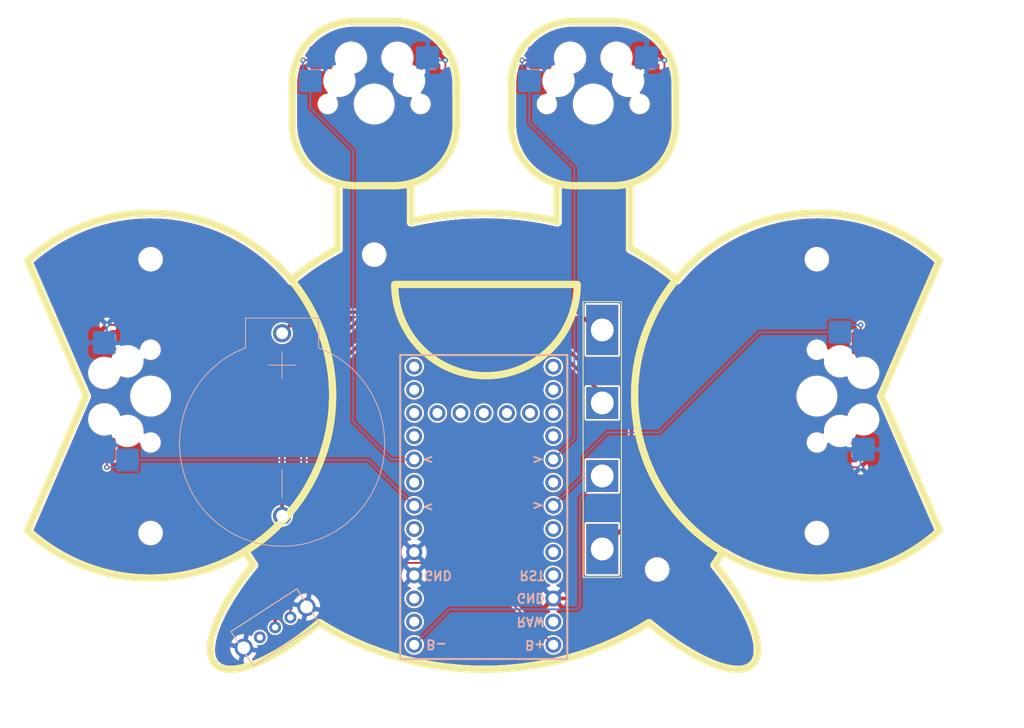
<source format=kicad_pcb>
(kicad_pcb (version 20241229) (generator "pcbnew") (generator_version "9.0")
  (layers (0 "F.Cu" signal) (2 "B.Cu" signal) (13 "F.Paste" user) (15 "B.Paste" user) (5 "F.SilkS" user "F.Silkscreen") (7 "B.SilkS" user "B.Silkscreen") (1 "F.Mask" user) (3 "B.Mask" user) (25 "Edge.Cuts" user))
  (net 0 "")
  (net 3 "P+")
  (net 8 "P-")
  (net 22 "B-")
  (net 23 "row_1")
  (net 24 "gnd")
  (net 25 "row_2")
  (net 26 "row_3")
  (net 27 "row_4")
  (net 29 "B+")
  (net 31 "Ps+")
  (footprint "Apiaster:BMS 1S" (layer "F.Cu") (at 62.9825 45.75 -90)
    (property "Reference" "J1" (hide yes))
    (property "Value" "Conn_01x04_Socket")
  )
  (footprint "MountingHole:MountingHole_2.2mm_M2" (layer "F.Cu") (at 13.5 56)
    (property "Reference" "H2" (hide yes))
    (property "Value" "MountingHole")
  )
  (footprint "lander03xD:Hotswap_MX_1.00u_reversible_18.5mm" (layer "F.Cu") (at 38 9)
    (property "Reference" "S2" (hide yes))
    (property "Value" "Keyswitch")
  )
  (footprint "lander03xD:Hotswap_MX_1.00u_reversible_18.5mm" (layer "F.Cu") (at 62 9)
    (property "Reference" "S3" (hide yes))
    (property "Value" "Keyswitch")
  )
  (footprint "MountingHole:MountingHole_2.2mm_M2" (layer "F.Cu") (at 13.5 26)
    (property "Reference" "H1" (hide yes))
    (property "Value" "MountingHole")
  )
  (footprint "lander03xD:Hotswap_MX_1.00u_reversible_18.5mm" (layer "F.Cu") (at 13.5 41 90)
    (property "Reference" "S1" (hide yes))
    (property "Value" "Keyswitch")
  )
  (footprint "MountingHole:MountingHole_2.2mm_M2" (layer "F.Cu") (at 86.5 56)
    (property "Reference" "H4" (hide yes))
    (property "Value" "MountingHole")
  )
  (footprint "MountingHole:MountingHole_2.2mm_M2" (layer "F.Cu") (at 38 25.5)
    (property "Reference" "H6" (hide yes))
    (property "Value" "MountingHole")
  )
  (footprint "MountingHole:MountingHole_2.2mm_M2" (layer "F.Cu") (at 86.5 26)
    (property "Reference" "H3" (hide yes))
    (property "Value" "MountingHole")
  )
  (footprint "MountingHole:MountingHole_2.2mm_M2" (layer "F.Cu") (at 69 60)
    (property "Reference" "H5" (hide yes))
    (property "Value" "MountingHole")
  )
  (footprint "lander03xD:Hotswap_MX_1.00u_reversible_18.5mm" (layer "F.Cu") (at 86.5 41 -90)
    (property "Reference" "S4" (hide yes))
    (property "Value" "Keyswitch")
  )
  (footprint "lander03xD:powerswitch_SK12D07VG" (layer "F.Cu") (at 27.145 66.3375 33)
    (property "Reference" "SW1" (hide yes))
    (property "Value" "SW_SPDT_312" (hide yes))
  )
  (footprint "Apiaster:BatteryHolder_CR2032_20mm" (layer "B.Cu") (at 27.9075 46.2075 -90)
    (property "Reference" "BT1" (hide yes))
    (property "Value" "Battery_Cell")
  )
  (footprint "lander03xD:Promicro_nrf52840" (layer "B.Cu") (at 50 50.4725)
    (property "Reference" "U1" (hide yes))
    (property "Value" "Promicro_NRF52840" (hide yes))
  )
  (gr_poly (pts (xy 34.2446 17.715891) (xy 34.466491 17.77046) (xy 34.689964 17.817519) (xy 34.914828 17.857037) (xy 35.140893 17.888985) (xy 35.367966 17.91333) (xy 35.595857 17.930045) (xy 35.824375 17.939097) (xy 40.224624 17.939097) (xy 40.452648 17.934093) (xy 40.680184 17.92146) (xy 40.907042 17.901223) (xy 41.133031 17.87341) (xy 41.357963 17.838046) (xy 41.581647 17.795158) (xy 41.803894 17.744772) (xy 42.024513 17.686915) (xy 42.02452 21.869601) (xy 43.005 21.655) (xy 43.992773 21.468275) (xy 44.986981 21.309527) (xy 45.986766 21.178854) (xy 46.991272 21.076357) (xy 47.99964 21.002135) (xy 49.011012 20.956289) (xy 50.024532 20.938918) (xy 51.037723 20.95401) (xy 52.048859 20.99756) (xy 53.057084 21.069471) (xy 54.061541 21.169643) (xy 55.061373 21.297981) (xy 56.055726 21.454386) (xy 57.043742 21.638761) (xy 58.024566 21.851008) (xy 58.024566 17.653846) (xy 58.244684 17.715895) (xy 58.466575 17.770464) (xy 58.690048 17.817523) (xy 58.914912 17.857041) (xy 59.140977 17.888988) (xy 59.36805 17.913334) (xy 59.595941 17.930049) (xy 59.824459 17.939101) (xy 64.224712 17.939101) (xy 64.452735 17.934097) (xy 64.68027 17.921464) (xy 64.907126 17.901227) (xy 65.133115 17.873413) (xy 65.358046 17.838049) (xy 65.581729 17.795161) (xy 65.803975 17.744776) (xy 66.024593 17.686919) (xy 66.024601 24.796569) (xy 66.705935 25.176674) (xy 67.374177 25.571932) (xy 68.028969 25.982104) (xy 68.669954 26.40695) (xy 69.296773 26.846233) (xy 69.909068 27.299712) (xy 70.506482 27.767149) (xy 71.088657 28.248305) (xy 70.55218 28.929002) (xy 70.04732 29.629933) (xy 69.574479 30.349977) (xy 69.134061 31.08801) (xy 68.726469 31.842912) (xy 68.352106 32.613559) (xy 68.011376 33.398831) (xy 67.704682 34.197605) (xy 67.432427 35.00876) (xy 67.195015 35.831173) (xy 66.992849 36.663722) (xy 66.826332 37.505286) (xy 66.695867 38.354742) (xy 66.601858 39.210969) (xy 66.544709 40.072844) (xy 66.524822 40.939246) (xy 66.536684 41.593509) (xy 66.569714 42.244324) (xy 66.623669 42.891259) (xy 66.698305 43.533883) (xy 66.793378 44.171766) (xy 66.908644 44.804477) (xy 67.04386 45.431586) (xy 67.198782 46.052661) (xy 67.373167 46.667272) (xy 67.566769 47.274989) (xy 67.779347 47.87538) (xy 68.010656 48.468015) (xy 68.528492 49.628294) (xy 69.118328 50.75238) (xy 69.778213 51.836827) (xy 70.506199 52.87819) (xy 70.895121 53.381638) (xy 71.300336 53.873023) (xy 71.721601 54.351914) (xy 72.158673 54.817881) (xy 72.611308 55.270492) (xy 73.079261 55.709316) (xy 73.56229 56.133925) (xy 74.06015 56.543885) (xy 74.572599 56.938768) (xy 75.099391 57.318142) (xy 75.640284 57.681576) (xy 76.195034 58.02864) (xy 75.97679 58.382371) (xy 75.751935 58.733257) (xy 75.520603 59.081352) (xy 75.282932 59.426711) (xy 76.011714 60.345325) (xy 76.684299 61.249007) (xy 77.299347 62.134243) (xy 77.855522 62.997519) (xy 78.351486 63.835324) (xy 78.785902 64.644145) (xy 79.157432 65.420468) (xy 79.464738 66.160781) (xy 79.59389 66.516335) (xy 79.706484 66.86157) (xy 79.802354 67.196046) (xy 79.881331 67.519324) (xy 79.94325 67.830964) (xy 79.987943 68.130528) (xy 80.015242 68.417576) (xy 80.024981 68.69167) (xy 80.016992 68.95237) (xy 79.991108 69.199238) (xy 79.947162 69.431833) (xy 79.884987 69.649718) (xy 79.804415 69.852452) (xy 79.705279 70.039597) (xy 79.587413 70.210714) (xy 79.450649 70.365363) (xy 79.290363 70.505987) (xy 79.11261 70.626452) (xy 78.917877 70.726954) (xy 78.706651 70.807685) (xy 78.479419 70.868842) (xy 78.236667 70.910616) (xy 77.978884 70.933203) (xy 77.706555 70.936797) (xy 77.120209 70.88778) (xy 76.481524 70.76512) (xy 75.794396 70.570368) (xy 75.062721 70.305077) (xy 74.290393 69.970801) (xy 73.481309 69.569093) (xy 72.639362 69.101505) (xy 71.76845 68.56959) (xy 70.872467 67.974901) (xy 69.955309 67.31899) (xy 69.02087 66.603412) (xy 68.073047 65.829718) (xy 67.086785 66.429499) (xy 66.075059 66.993743) (xy 65.039275 67.522053) (xy 63.980838 68.014031) (xy 62.901155 68.469279) (xy 61.801633 68.887398) (xy 60.683676 69.267991) (xy 59.548692 69.610659) (xy 58.398086 69.915006) (xy 57.233264 70.180632) (xy 56.055632 70.407139) (xy 54.866597 70.594131) (xy 53.667565 70.741207) (xy 52.459941 70.847972) (xy 51.245132 70.914026) (xy 50.024543 70.938971) (xy 48.803954 70.914026) (xy 47.589144 70.847972) (xy 46.381519 70.741207) (xy 45.182486 70.594131) (xy 43.99345 70.407139) (xy 42.815817 70.180632) (xy 41.650995 69.915006) (xy 40.500388 69.610659) (xy 39.365402 69.267991) (xy 38.247445 68.887398) (xy 37.147922 68.469279) (xy 36.068238 68.014031) (xy 35.009801 67.522053) (xy 33.974016 66.993743) (xy 32.96229 66.429499) (xy 31.976028 65.829718) (xy 31.028205 66.603412) (xy 30.093767 67.31899) (xy 29.176609 67.974901) (xy 28.280626 68.56959) (xy 27.409714 69.101505) (xy 26.567769 69.569093) (xy 25.758684 69.970801) (xy 24.986357 70.305077) (xy 24.615194 70.446443) (xy 24.254682 70.570368) (xy 23.905306 70.676658) (xy 23.567554 70.76512) (xy 23.241913 70.835558) (xy 22.92887 70.88778) (xy 22.628911 70.921591) (xy 22.342524 70.936797) (xy 22.070195 70.933203) (xy 21.812411 70.910616) (xy 21.56966 70.868842) (xy 21.342428 70.807685) (xy 21.131202 70.726954) (xy 20.936469 70.626452) (xy 20.758716 70.505987) (xy 20.59843 70.365363) (xy 20.462591 70.210157) (xy 20.345599 70.038548) (xy 20.247289 69.850973) (xy 20.167492 69.64787) (xy 20.106043 69.429676) (xy 20.062773 69.196828) (xy 20.030105 68.688924) (xy 20.068153 68.127655) (xy 20.175581 67.516523) (xy 20.351052 66.859028) (xy 20.59323 66.158668) (xy 20.90078 65.418945) (xy 21.272366 64.643357) (xy 21.706651 63.835405) (xy 22.202299 62.998589) (xy 22.757974 62.136408) (xy 23.372341 61.252363) (xy 24.044063 60.349952) (xy 24.771804 59.432677) (xy 24.525684 59.077363) (xy 24.286641 58.718729) (xy 24.1698 58.538184) (xy 24.054761 58.356831) (xy 23.941533 58.174677) (xy 23.830129 57.991729) (xy 24.919976 57.280342) (xy 25.953641 56.505763) (xy 26.929198 55.671408) (xy 27.84472 54.780691) (xy 28.698282 53.837029) (xy 29.487957 52.843838) (xy 30.211821 51.804533) (xy 30.867946 50.722529) (xy 31.454407 49.601243) (xy 31.969278 48.44409) (xy 32.410633 47.254486) (xy 32.776546 46.035846) (xy 33.065091 44.791587) (xy 33.274342 43.525123) (xy 33.402372 42.239871) (xy 33.447258 40.939246) (xy 33.427201 40.076711) (xy 33.370219 39.218663) (xy 33.276706 38.36621) (xy 33.147061 37.520459) (xy 32.981679 36.682517) (xy 32.780957 35.85349) (xy 32.545291 35.034486) (xy 32.27508 34.226611) (xy 31.970718 33.430974) (xy 31.632603 32.648679) (xy 31.261132 31.880836) (xy 30.856701 31.12855) (xy 30.419707 30.392929) (xy 29.950546 29.675079) (xy 29.449616 28.976107) (xy 28.917312 28.297122) (xy 29.503871 27.810454) (xy 30.10597 27.337721) (xy 30.723246 26.879173) (xy 31.355332 26.435058) (xy 32.001864 26.005628) (xy 32.662476 25.591131) (xy 33.336804 25.191817) (xy 34.024482 24.807937) (xy 34.024482 17.653849) (xy 34.024482 17.653842)) (stroke (width 0.793749)) (fill no) (layer "F.SilkS"))
  (gr_poly (pts (xy 60.232726 29.259176) (xy 60.196102 29.751693) (xy 60.135463 30.240026) (xy 60.051148 30.723355) (xy 59.943497 31.20086) (xy 59.812849 31.671722) (xy 59.659544 32.13512) (xy 59.483921 32.590235) (xy 59.28632 33.036247) (xy 59.067081 33.472337) (xy 58.826542 33.897685) (xy 58.565044 34.311471) (xy 58.282926 34.712875) (xy 57.980527 35.101078) (xy 57.658187 35.47526) (xy 57.316246 35.834601) (xy 56.956922 36.176562) (xy 56.582758 36.498921) (xy 56.194573 36.80134) (xy 55.793187 37.083479) (xy 55.379421 37.344999) (xy 54.954095 37.58556) (xy 54.518029 37.804822) (xy 54.072044 38.002446) (xy 53.616961 38.178092) (xy 53.153598 38.331421) (xy 52.682778 38.462093) (xy 52.205319 38.569768) (xy 51.722043 38.654108) (xy 51.23377 38.714772) (xy 50.74132 38.751422) (xy 50.245513 38.763717) (xy 49.749631 38.751442) (xy 49.257114 38.714813) (xy 48.768781 38.654168) (xy 48.285453 38.569849) (xy 47.807948 38.462193) (xy 47.337088 38.331541) (xy 46.873691 38.178231) (xy 46.418578 38.002605) (xy 45.972567 37.805) (xy 45.536479 37.585757) (xy 45.111134 37.345215) (xy 44.69735 37.083713) (xy 44.295949 36.801592) (xy 43.907749 36.49919) (xy 43.53357 36.176847) (xy 43.174232 35.834903) (xy 42.832275 35.475576) (xy 42.509919 35.101407) (xy 42.207504 34.713215) (xy 41.925369 34.311818) (xy 41.663853 33.898037) (xy 41.423296 33.47269) (xy 41.204038 33.036596) (xy 41.006419 32.590575) (xy 40.830777 32.135444) (xy 40.677452 31.672024) (xy 40.546784 31.201134) (xy 40.439113 30.723592) (xy 40.354777 30.240218) (xy 40.294117 29.751831) (xy 40.257472 29.25925) (xy 40.245182 28.763293) (xy 60.244995 28.763293)) (stroke (width 0.793749)) (fill no) (layer "F.SilkS"))
  (gr_poly (pts (xy 14.476815 20.965479) (xy 15.492487 21.04273) (xy 16.493391 21.169933) (xy 17.478271 21.34583) (xy 18.44587 21.569167) (xy 19.394931 21.838685) (xy 20.324198 22.153128) (xy 21.232414 22.51124) (xy 22.118323 22.911764) (xy 22.980668 23.353443) (xy 23.818192 23.835021) (xy 24.629639 24.355241) (xy 25.413753 24.912847) (xy 26.169276 25.506581) (xy 26.894952 26.135187) (xy 27.589525 26.797409) (xy 28.251738 27.49199) (xy 28.880335 28.217673) (xy 29.474058 28.973201) (xy 30.031652 29.757318) (xy 30.551859 30.568768) (xy 31.033423 31.406294) (xy 31.475088 32.268638) (xy 31.875596 33.154545) (xy 32.233692 34.062758) (xy 32.548119 34.992019) (xy 32.81762 35.941074) (xy 33.040939 36.908664) (xy 33.216818 37.893533) (xy 33.344002 38.894425) (xy 33.421234 39.910083) (xy 33.447257 40.93925) (xy 33.421225 41.968434) (xy 33.343984 42.984107) (xy 33.216791 43.985012) (xy 33.040902 44.969894) (xy 32.817575 45.937495) (xy 32.548065 46.886558) (xy 32.23363 47.815828) (xy 31.875525 48.724048) (xy 31.475009 49.60996) (xy 31.033336 50.472309) (xy 30.551764 51.309838) (xy 30.031549 52.12129) (xy 29.473948 52.905408) (xy 28.880218 53.660937) (xy 28.251615 54.386619) (xy 27.589395 55.081198) (xy 26.894816 55.743417) (xy 26.169133 56.37202) (xy 25.413604 56.965751) (xy 24.629485 57.523351) (xy 23.818033 58.043566) (xy 22.980504 58.525138) (xy 22.118154 58.966811) (xy 21.232242 59.367328) (xy 20.324022 59.725432) (xy 19.394751 60.039868) (xy 18.445687 60.309378) (xy 17.478086 60.532705) (xy 16.493204 60.708594) (xy 15.492298 60.835788) (xy 14.476625 60.91303) (xy 13.447441 60.939063) (xy 12.519441 60.917335) (xy 11.596964 60.852909) (xy 10.68137 60.746308) (xy 9.774021 60.598059) (xy 8.876279 60.408687) (xy 7.989504 60.178716) (xy 7.115059 59.908671) (xy 6.254304 59.599078) (xy 5.408601 59.250462) (xy 4.579311 58.863347) (xy 3.767797 58.43826) (xy 2.975418 57.975724) (xy 2.203537 57.476265) (xy 1.453515 56.940409) (xy 0.726713 56.36868) (xy 0.024493 55.761603) (xy 6.447357 40.93925) (xy 0.036379 26.14429) (xy 0.737295 25.535833) (xy 1.46286 24.962666) (xy 2.211716 24.425319) (xy 2.982502 23.924317) (xy 3.773857 23.46019) (xy 4.584423 23.033466) (xy 5.412839 22.64467) (xy 6.257744 22.294333) (xy 7.117781 21.98298) (xy 7.991587 21.711141) (xy 8.877804 21.479343) (xy 9.775071 21.288113) (xy 10.682029 21.13798) (xy 11.597318 21.029471) (xy 12.519577 20.963114) (xy 13.447446 20.939437) (xy 13.447631 20.939437)) (stroke (width 0.793749)) (fill no) (layer "F.SilkS"))
  (gr_poly (pts (xy 40.56172 -0.052481) (xy 40.896631 -0.027573) (xy 41.228696 0.013665) (xy 41.557358 0.071003) (xy 41.882059 0.14421) (xy 42.202243 0.233054) (xy 42.517352 0.337304) (xy 42.826828 0.456731) (xy 43.130113 0.591103) (xy 43.426652 0.740188) (xy 43.715886 0.903757) (xy 43.997257 1.081579) (xy 44.270209 1.273422) (xy 44.534184 1.479056) (xy 44.788625 1.698249) (xy 45.032974 1.930772) (xy 45.265504 2.175114) (xy 45.484706 2.429548) (xy 45.690348 2.693517) (xy 45.8822 2.966465) (xy 46.06003 3.247833) (xy 46.223608 3.537065) (xy 46.372703 3.833602) (xy 46.507084 4.136889) (xy 46.62652 4.446367) (xy 46.73078 4.76148) (xy 46.819634 5.081669) (xy 46.89285 5.406379) (xy 46.950198 5.735052) (xy 46.991447 6.067129) (xy 47.016365 6.402055) (xy 47.024723 6.739272) (xy 47.024723 11.139001) (xy 47.01637 11.4762) (xy 46.991457 11.811111) (xy 46.950213 12.143176) (xy 46.89287 12.471838) (xy 46.819659 12.796539) (xy 46.73081 13.116722) (xy 46.626555 13.431829) (xy 46.507123 13.741304) (xy 46.372747 14.044588) (xy 46.223657 14.341125) (xy 46.060084 14.630357) (xy 45.882258 14.911726) (xy 45.690411 15.184676) (xy 45.484773 15.448648) (xy 45.265576 15.703086) (xy 45.03305 15.947432) (xy 44.788704 16.179958) (xy 44.534266 16.399156) (xy 44.270294 16.604793) (xy 43.997344 16.79664) (xy 43.715975 16.974466) (xy 43.426743 17.138039) (xy 43.130207 17.28713) (xy 42.826922 17.421506) (xy 42.517448 17.540937) (xy 42.202341 17.645192) (xy 41.882158 17.734041) (xy 41.557457 17.807252) (xy 41.228795 17.864595) (xy 40.896731 17.905839) (xy 40.56182 17.930752) (xy 40.22462 17.939105) (xy 35.824478 17.939105) (xy 35.474562 17.930241) (xy 35.129241 17.903967) (xy 34.788941 17.86071) (xy 34.454089 17.800897) (xy 34.125113 17.724956) (xy 33.80244 17.633314) (xy 33.486497 17.526398) (xy 33.177711 17.404634) (xy 32.87651 17.268451) (xy 32.583321 17.118276) (xy 32.29857 16.954535) (xy 32.022686 16.777657) (xy 31.756095 16.588067) (xy 31.499224 16.386194) (xy 31.252501 16.172465) (xy 31.016354 15.947306) (xy 30.791208 15.711146) (xy 30.577492 15.464411) (xy 30.375632 15.207528) (xy 30.186056 14.940924) (xy 30.009192 14.665028) (xy 29.845465 14.380266) (xy 29.695304 14.087065) (xy 29.559136 13.785852) (xy 29.437387 13.477055) (xy 29.330486 13.161102) (xy 29.238858 12.838418) (xy 29.162933 12.509431) (xy 29.103136 12.174569) (xy 29.059895 11.834259) (xy 29.033637 11.488928) (xy 29.024789 11.139003) (xy 29.024789 6.739274) (xy 29.033632 6.389358) (xy 29.059884 6.044035) (xy 29.10312 5.703732) (xy 29.162912 5.368876) (xy 29.238832 5.039896) (xy 29.330455 4.717217) (xy 29.437351 4.401267) (xy 29.559095 4.092474) (xy 29.695259 3.791265) (xy 29.845415 3.498066) (xy 30.009137 3.213305) (xy 30.185998 2.93741) (xy 30.375569 2.670807) (xy 30.577425 2.413925) (xy 30.791137 2.167189) (xy 31.016279 1.931027) (xy 31.252424 1.705867) (xy 31.499143 1.492136) (xy 31.75601 1.290261) (xy 32.022599 1.100669) (xy 32.29848 0.923787) (xy 32.583228 0.760044) (xy 32.876416 0.609865) (xy 33.177615 0.473678) (xy 33.486399 0.351911) (xy 33.80234 0.24499) (xy 34.125012 0.153344) (xy 34.453987 0.077398) (xy 34.788838 0.017581) (xy 35.129138 -0.025681) (xy 35.474459 -0.05196) (xy 35.824375 -0.060828) (xy 40.224521 -0.060828)) (stroke (width 0.793749)) (fill no) (layer "F.SilkS"))
  (gr_poly (pts (xy 64.561805 -0.052481) (xy 64.896717 -0.027573) (xy 65.228783 0.013665) (xy 65.557445 0.071003) (xy 65.882147 0.14421) (xy 66.202331 0.233054) (xy 66.51744 0.337304) (xy 66.826916 0.456731) (xy 67.130202 0.591103) (xy 67.426741 0.740188) (xy 67.715974 0.903757) (xy 67.997346 1.081579) (xy 68.270297 1.273422) (xy 68.534272 1.479056) (xy 68.788713 1.698249) (xy 69.033061 1.930772) (xy 69.265591 2.175114) (xy 69.484792 2.429548) (xy 69.690434 2.693517) (xy 69.882285 2.966465) (xy 70.060115 3.247833) (xy 70.223693 3.537065) (xy 70.372788 3.833602) (xy 70.507168 4.136889) (xy 70.626604 4.446367) (xy 70.730864 4.76148) (xy 70.819718 5.081669) (xy 70.892934 5.406379) (xy 70.950282 5.735052) (xy 70.991531 6.067129) (xy 71.016449 6.402055) (xy 71.024806 6.739272) (xy 71.024806 11.139001) (xy 71.016453 11.4762) (xy 70.991539 11.811111) (xy 70.950295 12.143176) (xy 70.892951 12.471838) (xy 70.819739 12.796539) (xy 70.73089 13.116722) (xy 70.626634 13.431829) (xy 70.507203 13.741304) (xy 70.372826 14.044588) (xy 70.223736 14.341125) (xy 70.060162 14.630357) (xy 69.882337 14.911726) (xy 69.69049 15.184676) (xy 69.484852 15.448648) (xy 69.265656 15.703086) (xy 69.03313 15.947432) (xy 68.788785 16.179958) (xy 68.534348 16.399156) (xy 68.270377 16.604793) (xy 67.997428 16.79664) (xy 67.716059 16.974466) (xy 67.426827 17.138039) (xy 67.13029 17.28713) (xy 66.827006 17.421506) (xy 66.517531 17.540937) (xy 66.202424 17.645192) (xy 65.882241 17.734041) (xy 65.55754 17.807252) (xy 65.228878 17.864595) (xy 64.896814 17.905839) (xy 64.561903 17.930752) (xy 64.224704 17.939105) (xy 59.824562 17.939105) (xy 59.487363 17.930757) (xy 59.152452 17.905849) (xy 58.820387 17.86461) (xy 58.491724 17.807272) (xy 58.167022 17.734066) (xy 57.846838 17.645222) (xy 57.531729 17.540971) (xy 57.222253 17.421545) (xy 56.918966 17.287173) (xy 56.622427 17.138088) (xy 56.333193 16.974519) (xy 56.051821 16.796697) (xy 55.778868 16.604854) (xy 55.514892 16.399221) (xy 55.260451 16.180027) (xy 55.016101 15.947505) (xy 54.783572 15.703163) (xy 54.56437 15.448728) (xy 54.358729 15.184759) (xy 54.166878 14.911811) (xy 53.989048 14.630443) (xy 53.82547 14.341212) (xy 53.676375 14.044674) (xy 53.541995 13.741387) (xy 53.422559 13.431909) (xy 53.318298 13.116796) (xy 53.229445 12.796606) (xy 53.156229 12.471897) (xy 53.098881 12.143224) (xy 53.057632 11.811146) (xy 53.032714 11.47622) (xy 53.024356 11.139003) (xy 53.024356 6.739274) (xy 53.032708 6.402075) (xy 53.057621 6.067164) (xy 53.098864 5.735099) (xy 53.156207 5.406438) (xy 53.229418 5.081737) (xy 53.318267 4.761554) (xy 53.422523 4.446446) (xy 53.541954 4.136972) (xy 53.67633 3.833687) (xy 53.825421 3.537151) (xy 53.988994 3.247919) (xy 54.16682 2.966549) (xy 54.358667 2.6936) (xy 54.564305 2.429628) (xy 54.783503 2.17519) (xy 55.016029 1.930844) (xy 55.260375 1.698318) (xy 55.514813 1.479121) (xy 55.778785 1.273483) (xy 56.051735 1.081636) (xy 56.333104 0.90381) (xy 56.622336 0.740237) (xy 56.918872 0.591147) (xy 57.222156 0.456771) (xy 57.531631 0.33734) (xy 57.846738 0.233084) (xy 58.166921 0.144235) (xy 58.491622 0.071024) (xy 58.820283 0.013681) (xy 59.152348 -0.027562) (xy 59.487259 -0.052476) (xy 59.824459 -0.060828) (xy 64.224605 -0.060828)) (stroke (width 0.793749)) (fill no) (layer "F.SilkS"))
  (gr_poly (pts (xy 87.452153 20.961141) (xy 88.374665 21.025548) (xy 89.290293 21.132131) (xy 90.197677 21.280367) (xy 91.095454 21.46973) (xy 91.982264 21.699694) (xy 92.856744 21.969735) (xy 93.717534 22.279328) (xy 94.56327 22.627946) (xy 95.392593 23.015066) (xy 96.204141 23.440162) (xy 96.996551 23.902709) (xy 97.768462 24.402181) (xy 98.518514 24.938054) (xy 99.245343 25.509802) (xy 99.947589 26.1169) (xy 93.524723 40.93925) (xy 99.935184 55.734214) (xy 99.234268 56.34267) (xy 98.508703 56.915836) (xy 97.759847 57.453184) (xy 96.98906 57.954185) (xy 96.197702 58.418312) (xy 95.387133 58.845037) (xy 94.558712 59.233832) (xy 93.713798 59.58417) (xy 92.853752 59.895523) (xy 91.979933 60.167362) (xy 91.0937 60.39916) (xy 90.196413 60.59039) (xy 89.289433 60.740522) (xy 88.374117 60.849031) (xy 87.451827 60.915387) (xy 86.523922 60.939063) (xy 85.494757 60.912994) (xy 84.479105 60.83572) (xy 83.478221 60.708495) (xy 82.493362 60.532578) (xy 81.525784 60.309224) (xy 80.576745 60.03969) (xy 79.6475 59.725233) (xy 78.739305 59.367109) (xy 77.853419 58.966575) (xy 76.991096 58.524887) (xy 76.153594 58.043303) (xy 75.342168 57.523078) (xy 74.558076 56.965469) (xy 73.802574 56.371733) (xy 73.076918 55.743127) (xy 72.382366 55.080906) (xy 71.720172 54.386328) (xy 71.091595 53.66065) (xy 70.49789 52.905127) (xy 69.940314 52.121016) (xy 69.420123 51.309574) (xy 68.938575 50.472058) (xy 68.496924 49.609724) (xy 68.096429 48.723829) (xy 67.738345 47.815629) (xy 67.423929 46.88638) (xy 67.154437 45.937341) (xy 66.931126 44.969766) (xy 66.755253 43.984913) (xy 66.628073 42.984038) (xy 66.550844 41.968398) (xy 66.524822 40.93925) (xy 66.550854 39.910084) (xy 66.628093 38.894429) (xy 66.755282 37.893541) (xy 66.931165 36.908676) (xy 67.154485 35.94109) (xy 67.423986 34.992041) (xy 67.738411 34.062784) (xy 68.096504 33.154577) (xy 68.497008 32.268676) (xy 68.938666 31.406337) (xy 69.420223 30.568817) (xy 69.940422 29.757373) (xy 70.498005 28.973261) (xy 71.091718 28.217738) (xy 71.720302 27.49206) (xy 72.382502 26.797483) (xy 73.077061 26.135265) (xy 73.802723 25.506662) (xy 74.558231 24.91293) (xy 75.342329 24.355326) (xy 76.153759 23.835106) (xy 76.991266 23.353527) (xy 77.853594 22.911846) (xy 78.739485 22.511319) (xy 79.647683 22.153203) (xy 80.576931 21.838754) (xy 81.525974 21.569229) (xy 82.493554 21.345884) (xy 83.478415 21.169975) (xy 84.479301 21.04276) (xy 85.494955 20.965495) (xy 86.52412 20.939437)) (stroke (width 0.793749)) (fill no) (layer "F.SilkS"))
  (gr_poly (pts (xy 40.599236 0.031358) (xy 40.934147 0.056266) (xy 41.266212 0.097505) (xy 41.594875 0.154843) (xy 41.919576 0.22805) (xy 42.23976 0.316894) (xy 42.554869 0.421144) (xy 42.864345 0.540571) (xy 43.167631 0.674943) (xy 43.464169 0.824029) (xy 43.753403 0.987598) (xy 44.034775 1.165419) (xy 44.307727 1.357262) (xy 44.571702 1.562896) (xy 44.826143 1.78209) (xy 45.070493 2.014612) (xy 45.303023 2.258954) (xy 45.522224 2.513388) (xy 45.727865 2.777358) (xy 45.919717 3.050305) (xy 46.097546 3.331673) (xy 46.261124 3.620905) (xy 46.410219 3.917442) (xy 46.5446 4.220729) (xy 46.664036 4.530207) (xy 46.768296 4.845319) (xy 46.857149 5.165509) (xy 46.930365 5.490219) (xy 46.987713 5.818891) (xy 47.028962 6.150969) (xy 47.05388 6.485895) (xy 47.062238 6.823112) (xy 47.062238 11.222843) (xy 47.056202 11.508725) (xy 47.038386 11.792118) (xy 47.008999 12.072748) (xy 46.96825 12.350341) (xy 46.916348 12.624623) (xy 46.853501 12.895321) (xy 46.779919 13.162161) (xy 46.69581 13.424869) (xy 46.601382 13.683172) (xy 46.496845 13.936795) (xy 46.382408 14.185465) (xy 46.258279 14.428908) (xy 46.124668 14.666851) (xy 45.981782 14.899019) (xy 45.829831 15.125139) (xy 45.669024 15.344936) (xy 45.499569 15.558138) (xy 45.321676 15.764471) (xy 45.135552 15.96366) (xy 44.941407 16.155432) (xy 44.73945 16.339514) (xy 44.529889 16.51563) (xy 44.312934 16.683509) (xy 44.088793 16.842875) (xy 43.857675 16.993456) (xy 43.619788 17.134976) (xy 43.375342 17.267164) (xy 43.124545 17.389744) (xy 42.867607 17.502443) (xy 42.604735 17.604987) (xy 42.336139 17.697103) (xy 42.062028 17.778517) (xy 42.062036 21.95397) (xy 43.042516 21.739369) (xy 44.03029 21.552644) (xy 45.024499 21.393894) (xy 46.024285 21.26322) (xy 47.028791 21.160722) (xy 48.037159 21.086499) (xy 49.048531 21.040651) (xy 50.062051 21.023279) (xy 51.07523 21.038307) (xy 52.086359 21.081793) (xy 53.09458 21.15364) (xy 54.099038 21.253748) (xy 55.098875 21.382021) (xy 56.093233 21.538361) (xy 57.081255 21.72267) (xy 58.062085 21.934851) (xy 58.0621 17.762499) (xy 57.788533 17.681237) (xy 57.520455 17.589313) (xy 57.258075 17.486999) (xy 57.001601 17.374567) (xy 56.507202 17.120436) (xy 56.038921 16.829096) (xy 55.598423 16.502724) (xy 55.187371 16.143495) (xy 54.807429 15.753586) (xy 54.460259 15.335173) (xy 54.147527 14.890431) (xy 53.870896 14.421538) (xy 53.632029 13.930668) (xy 53.43259 13.419999) (xy 53.274244 12.891706) (xy 53.158652 12.347964) (xy 53.11741 12.070981) (xy 53.08748 11.790952) (xy 53.069071 11.508148) (xy 53.06239 11.222843) (xy 53.06239 6.823114) (xy 53.071233 6.473198) (xy 53.097485 6.127875) (xy 53.140721 5.787572) (xy 53.200513 5.452717) (xy 53.276434 5.123736) (xy 53.368056 4.801057) (xy 53.474952 4.485108) (xy 53.596696 4.176315) (xy 53.73286 3.875105) (xy 53.883016 3.581906) (xy 54.046739 3.297146) (xy 54.223599 3.02125) (xy 54.413171 2.754648) (xy 54.615026 2.497765) (xy 54.828739 2.251029) (xy 55.053881 2.014867) (xy 55.290025 1.789708) (xy 55.536745 1.575976) (xy 55.793612 1.374101) (xy 56.0602 1.184509) (xy 56.336082 1.007627) (xy 56.62083 0.843884) (xy 56.914017 0.693705) (xy 57.215216 0.557518) (xy 57.524 0.43575) (xy 57.839941 0.32883) (xy 58.162613 0.237183) (xy 58.491588 0.161237) (xy 58.826438 0.10142) (xy 59.166738 0.058158) (xy 59.512059 0.031879) (xy 59.861974 0.02301) (xy 64.26212 0.02301) (xy 64.59932 0.031358) (xy 64.934232 0.056266) (xy 65.266298 0.097505) (xy 65.594961 0.154843) (xy 65.919663 0.22805) (xy 66.239847 0.316894) (xy 66.554955 0.421144) (xy 66.864431 0.540571) (xy 67.167717 0.674943) (xy 67.464256 0.824029) (xy 67.753489 0.987598) (xy 68.034861 1.165419) (xy 68.307813 1.357262) (xy 68.571787 1.562896) (xy 68.826228 1.78209) (xy 69.070577 2.014612) (xy 69.303106 2.258954) (xy 69.522308 2.513388) (xy 69.727949 2.777358) (xy 69.9198 3.050305) (xy 70.09763 3.331673) (xy 70.261208 3.620905) (xy 70.410303 3.917442) (xy 70.544683 4.220729) (xy 70.664119 4.530207) (xy 70.76838 4.845319) (xy 70.857233 5.165509) (xy 70.930449 5.490219) (xy 70.987797 5.818891) (xy 71.029046 6.150969) (xy 71.053964 6.485895) (xy 71.062322 6.823112) (xy 71.062322 11.222843) (xy 71.056285 11.508725) (xy 71.038469 11.792118) (xy 71.009081 12.072748) (xy 70.968332 12.350341) (xy 70.91643 12.624623) (xy 70.853582 12.895321) (xy 70.78 13.162161) (xy 70.69589 13.424869) (xy 70.601463 13.683172) (xy 70.496926 13.936795) (xy 70.382489 14.185465) (xy 70.25836 14.428908) (xy 70.124749 14.666851) (xy 69.981863 14.899019) (xy 69.829913 15.125139) (xy 69.669106 15.344936) (xy 69.499651 15.558138) (xy 69.321758 15.764471) (xy 69.135634 15.96366) (xy 68.94149 16.155432) (xy 68.739533 16.339514) (xy 68.529973 16.51563) (xy 68.313018 16.683509) (xy 68.088877 16.842875) (xy 67.857759 16.993456) (xy 67.619873 17.134976) (xy 67.375428 17.267164) (xy 67.124631 17.389744) (xy 66.867693 17.502443) (xy 66.604822 17.604987) (xy 66.336227 17.697103) (xy 66.062116 17.778517) (xy 66.062131 24.880415) (xy 66.749821 25.25328) (xy 67.424645 25.641455) (xy 68.086241 26.0447) (xy 68.734252 26.462779) (xy 69.368317 26.895451) (xy 69.988078 27.34248) (xy 70.593175 27.803625) (xy 71.183248 28.27865) (xy 71.915448 27.441566) (xy 72.688648 26.650693) (xy 73.500606 25.907088) (xy 74.349076 25.211811) (xy 75.231815 24.56592) (xy 76.146582 23.970474) (xy 77.091131 23.426529) (xy 78.06322 22.935146) (xy 79.060605 22.497382) (xy 80.081043 22.114296) (xy 81.122291 21.786946) (xy 82.182105 21.51639) (xy 83.258241 21.303688) (xy 84.348457 21.149896) (xy 85.450509 21.056073) (xy 86.562154 21.023279) (xy 87.490165 21.045032) (xy 88.412652 21.109486) (xy 89.328255 21.216115) (xy 90.235612 21.364394) (xy 91.13336 21.553797) (xy 92.02014 21.7838) (xy 92.894589 22.053877) (xy 93.755345 22.363503) (xy 94.601048 22.712154) (xy 95.430336 23.099303) (xy 96.241848 23.524425) (xy 97.034221 23.986996) (xy 97.806095 24.486489) (xy 98.556108 25.022381) (xy 99.282898 25.594146) (xy 99.985105 26.201258) (xy 93.562238 41.023607) (xy 99.973218 55.818571) (xy 99.272302 56.427028) (xy 98.546737 57.000193) (xy 97.797881 57.53754) (xy 97.027096 58.038541) (xy 96.235741 58.502668) (xy 95.425175 58.929392) (xy 94.59676 59.318187) (xy 93.751854 59.668525) (xy 92.891818 59.979877) (xy 92.018012 60.251716) (xy 91.131795 60.483514) (xy 90.234528 60.674744) (xy 89.32757 60.824877) (xy 88.412282 60.933386) (xy 87.490023 60.999743) (xy 86.562154 61.02342) (xy 85.879934 61.009673) (xy 85.199975 60.972762) (xy 84.522839 60.912847) (xy 83.849093 60.830088) (xy 83.1793 60.724643) (xy 82.514027 60.596671) (xy 81.853837 60.446332) (xy 81.199295 60.273785) (xy 80.550967 60.079188) (xy 79.909417 59.862702) (xy 79.27521 59.624485) (xy 78.648911 59.364697) (xy 78.031085 59.083497) (xy 77.422296 58.781043) (xy 76.823109 58.457495) (xy 76.23409 58.113012) (xy 76.015465 58.466612) (xy 75.790218 58.817377) (xy 75.558498 59.165344) (xy 75.320455 59.51055) (xy 76.049238 60.429164) (xy 76.721823 61.332846) (xy 77.336872 62.218081) (xy 77.893047 63.081358) (xy 78.389011 63.919163) (xy 78.823426 64.727984) (xy 79.194955 65.504307) (xy 79.50226 66.244619) (xy 79.631411 66.600174) (xy 79.744005 66.945409) (xy 79.839874 67.279885) (xy 79.918851 67.603162) (xy 79.980769 67.914802) (xy 80.025461 68.214366) (xy 80.05276 68.501415) (xy 80.062498 68.775509) (xy 80.054509 69.036209) (xy 80.028624 69.283076) (xy 79.984678 69.515672) (xy 79.922502 69.733556) (xy 79.84193 69.936291) (xy 79.742795 70.123436) (xy 79.624928 70.294552) (xy 79.488164 70.449202) (xy 79.327878 70.589825) (xy 79.150125 70.710291) (xy 78.955392 70.810793) (xy 78.744166 70.891524) (xy 78.516934 70.952681) (xy 78.274183 70.994455) (xy 78.0164 71.017043) (xy 77.744071 71.020636) (xy 77.157726 70.97162) (xy 76.519041 70.84896) (xy 75.831914 70.654209) (xy 75.10024 70.388919) (xy 74.327913 70.054643) (xy 73.518829 69.652935) (xy 72.676884 69.185347) (xy 71.805972 68.653432) (xy 70.909989 68.058742) (xy 69.992831 67.402831) (xy 69.058393 66.687252) (xy 68.11057 65.913557) (xy 67.124308 66.513338) (xy 66.112582 67.077582) (xy 65.076797 67.605892) (xy 64.018361 68.097871) (xy 62.938678 68.553119) (xy 61.839155 68.971238) (xy 60.721198 69.351832) (xy 59.586213 69.694501) (xy 58.435606 69.998848) (xy 57.270784 70.264474) (xy 56.093151 70.490981) (xy 54.904115 70.677972) (xy 53.705081 70.825049) (xy 52.497456 70.931813) (xy 51.282645 70.997866) (xy 50.062055 71.02281) (xy 48.841465 70.997866) (xy 47.626655 70.931813) (xy 46.41903 70.825049) (xy 45.219997 70.677972) (xy 44.030961 70.490981) (xy 42.853328 70.264474) (xy 41.688505 69.998848) (xy 40.537898 69.694501) (xy 39.402913 69.351832) (xy 38.284956 68.971238) (xy 37.185433 68.553119) (xy 36.10575 68.097871) (xy 35.047313 67.605892) (xy 34.011529 67.077582) (xy 32.999804 66.513338) (xy 32.013543 65.913557) (xy 31.06572 66.687252) (xy 30.131281 67.402831) (xy 29.214122 68.058742) (xy 28.318139 68.653432) (xy 27.447227 69.185347) (xy 26.605281 69.652935) (xy 25.796196 70.054643) (xy 25.023868 70.388919) (xy 24.652706 70.530284) (xy 24.292193 70.654209) (xy 23.942817 70.760499) (xy 23.605066 70.84896) (xy 23.279424 70.919399) (xy 22.966381 70.97162) (xy 22.666422 71.005431) (xy 22.380035 71.020636) (xy 22.107706 71.017043) (xy 21.849923 70.994455) (xy 21.607172 70.952681) (xy 21.37994 70.891524) (xy 21.168714 70.810793) (xy 20.973982 70.710291) (xy 20.796229 70.589825) (xy 20.635943 70.449202) (xy 20.500146 70.293967) (xy 20.383194 70.122333) (xy 20.284922 69.934734) (xy 20.205162 69.731609) (xy 20.143748 69.513396) (xy 20.100511 69.280532) (xy 20.067906 68.772599) (xy 20.10601 68.21131) (xy 20.213486 67.600166) (xy 20.389 66.942664) (xy 20.631214 66.242306) (xy 20.938794 65.502589) (xy 21.310402 64.727014) (xy 21.744703 63.91908) (xy 22.24036 63.082287) (xy 22.796038 62.220134) (xy 23.410401 61.33612) (xy 24.082111 60.433745) (xy 24.809835 59.516508) (xy 24.567818 59.167369) (xy 24.332605 58.815044) (xy 24.104239 58.459604) (xy 23.882768 58.101118) (xy 23.290102 58.448547) (xy 22.68712 58.774761) (xy 22.074397 59.079597) (xy 21.452511 59.362894) (xy 20.822038 59.624489) (xy 20.183555 59.864221) (xy 19.537637 60.081928) (xy 18.884861 60.277448) (xy 18.225804 60.450618) (xy 17.561042 60.601277) (xy 16.891152 60.729262) (xy 16.21671 60.834412) (xy 15.538293 60.916565) (xy 14.856476 60.975559) (xy 14.171837 61.011231) (xy 13.484952 61.02342) (xy 12.55694 61.001666) (xy 11.634452 60.937212) (xy 10.718849 60.830583) (xy 9.811492 60.682304) (xy 8.913743 60.4929) (xy 8.026964 60.262897) (xy 7.152516 59.992819) (xy 6.291759 59.683193) (xy 5.446057 59.334543) (xy 4.616769 58.947394) (xy 3.805258 58.522272) (xy 3.012885 58.059702) (xy 2.241012 57.560208) (xy 1.490999 57.024317) (xy 0.764208 56.452553) (xy 0.062002 55.845442) (xy 6.484865 41.023088) (xy 0.073887 26.228128) (xy 0.774803 25.619672) (xy 1.500369 25.046506) (xy 2.249225 24.509159) (xy 3.02001 24.008158) (xy 3.811366 23.544031) (xy 4.621931 23.117306) (xy 5.450347 22.728511) (xy 6.295253 22.378173) (xy 7.155289 22.066821) (xy 8.029096 21.794982) (xy 8.915312 21.563184) (xy 9.81258 21.371954) (xy 10.719537 21.221821) (xy 11.634826 21.113312) (xy 12.557084 21.046956) (xy 13.484954 21.023279) (xy 14.603641 21.056837) (xy 15.712532 21.152186) (xy 16.809345 21.308241) (xy 17.891798 21.523918) (xy 18.957609 21.79813) (xy 20.004497 22.129794) (xy 21.030179 22.517824) (xy 22.032373 22.961135) (xy 23.008797 23.458642) (xy 23.95717 24.00926) (xy 24.875208 24.611904) (xy 25.760631 25.265488) (xy 26.611157 25.968928) (xy 27.424503 26.721139) (xy 28.198387 27.521036) (xy 28.930528 28.367533) (xy 29.520245 27.882228) (xy 30.125472 27.41095) (xy 30.745843 26.953948) (xy 31.380991 26.511469) (xy 32.030547 26.083764) (xy 32.694145 25.671081) (xy 33.371418 25.273668) (xy 34.061997 24.891775) (xy 34.062017 17.762499) (xy 33.788449 17.681237) (xy 33.52037 17.589314) (xy 33.25799 17.487) (xy 33.001516 17.374568) (xy 32.507116 17.120437) (xy 32.038835 16.829097) (xy 31.598336 16.502725) (xy 31.187284 16.143497) (xy 30.807341 15.753588) (xy 30.460171 15.335174) (xy 30.147439 14.890433) (xy 29.870807 14.421539) (xy 29.63194 13.930669) (xy 29.4325 13.42) (xy 29.274153 12.891706) (xy 29.158561 12.347965) (xy 29.117319 12.070981) (xy 29.087389 11.790952) (xy 29.068979 11.508148) (xy 29.062299 11.222843) (xy 29.062301 6.823114) (xy 29.070653 6.485915) (xy 29.095567 6.151004) (xy 29.13681 5.818939) (xy 29.194153 5.490277) (xy 29.267365 5.165576) (xy 29.356214 4.845393) (xy 29.460469 4.530286) (xy 29.579901 4.220812) (xy 29.714277 3.917527) (xy 29.863367 3.620991) (xy 30.026941 3.331759) (xy 30.204767 3.05039) (xy 30.396614 2.77744) (xy 30.602252 2.513468) (xy 30.821449 2.25903) (xy 31.053975 2.014685) (xy 31.298321 1.782158) (xy 31.552758 1.562961) (xy 31.81673 1.357323) (xy 32.08968 1.165475) (xy 32.371049 0.987649) (xy 32.660281 0.824076) (xy 32.956818 0.674985) (xy 33.260102 0.540609) (xy 33.569577 0.421177) (xy 33.884684 0.316922) (xy 34.204867 0.228073) (xy 34.529568 0.154862) (xy 34.858229 0.097519) (xy 35.190293 0.056276) (xy 35.525203 0.031362) (xy 35.862401 0.02301) (xy 40.262036 0.02301)) (stroke (width 0.026458)) (fill no) (layer "Edge.Cuts"))
  (segment (start 28.822341 65.248222) (end 28.822341 62.365205) (width 0.2) (layer "F.Cu") (net 3))
  (segment (start 31.917746 59.2698) (end 48.6373 59.2698) (width 0.2) (layer "F.Cu") (net 3))
  (segment (start 48.6373 59.2698) (end 57.62 68.2525) (width 0.2) (layer "F.Cu") (net 3))
  (segment (start 28.822341 62.365205) (end 31.917746 59.2698) (width 0.2) (layer "F.Cu") (net 3))
  (segment (start 60.2375 64.355) (end 46.2775 64.355) (width 0.2) (layer "B.Cu") (net 8))
  (segment (start 60.5425 52.19) (end 60.5425 64.05) (width 0.2) (layer "B.Cu") (net 8))
  (segment (start 60.5425 64.05) (end 60.2375 64.355) (width 0.2) (layer "B.Cu") (net 8))
  (segment (start 62.9825 49.75) (end 60.5425 52.19) (width 0.2) (layer "B.Cu") (net 8))
  (segment (start 46.2775 64.355) (end 42.38 68.2525) (width 0.2) (layer "B.Cu") (net 8))
  (segment (start 36.53 32.4) (end 55.7325 32.4) (width 0.4) (layer "F.Cu") (net 22))
  (segment (start 61.305 37.9725) (end 64.2025 37.9725) (width 0.4) (layer "F.Cu") (net 22))
  (segment (start 27.9075 54.1075) (end 27.9075 41.0225) (width 0.4) (layer "F.Cu") (net 22))
  (segment (start 66.185 54.5475) (end 62.9825 57.75) (width 0.4) (layer "F.Cu") (net 22))
  (segment (start 66.185 39.955) (end 66.185 54.5475) (width 0.4) (layer "F.Cu") (net 22))
  (segment (start 55.7325 32.4) (end 61.305 37.9725) (width 0.4) (layer "F.Cu") (net 22))
  (segment (start 27.9075 41.0225) (end 36.53 32.4) (width 0.4) (layer "F.Cu") (net 22))
  (segment (start 64.2025 37.9725) (end 66.185 39.955) (width 0.4) (layer "F.Cu") (net 22))
  (segment (start 69.235 44.9875) (end 80.2225 34) (width 0.2) (layer "B.Cu") (net 23))
  (segment (start 57.62 53.0125) (end 60.9315 49.701) (width 0.2) (layer "B.Cu") (net 23))
  (segment (start 60.9315 47.6485) (end 63.5925 44.9875) (width 0.2) (layer "B.Cu") (net 23))
  (segment (start 80.2225 34) (end 89.04 34) (width 0.2) (layer "B.Cu") (net 23))
  (segment (start 60.9315 49.701) (end 60.9315 47.6485) (width 0.2) (layer "B.Cu") (net 23))
  (segment (start 63.5925 44.9875) (end 69.235 44.9875) (width 0.2) (layer "B.Cu") (net 23))
  (segment (start 75.4875 50.63) (end 73.2 52.9175) (width 0.4) (layer "F.Cu") (net 24))
  (segment (start 73.2 37.21) (end 73.2 52.9175) (width 0.4) (layer "F.Cu") (net 24))
  (segment (start 45 6.46) (end 45 10.6625) (width 0.4) (layer "F.Cu") (net 24))
  (segment (start 39.4975 16.165) (end 39.4975 22.1125) (width 0.4) (layer "F.Cu") (net 24))
  (segment (start 62.83 16.775) (end 62.83 26.84) (width 0.4) (layer "F.Cu") (net 24))
  (segment (start 86.41 50.63) (end 75.4875 50.63) (width 0.4) (layer "F.Cu") (net 24))
  (segment (start 51.85 30.6525) (end 53.8325 28.67) (width 0.4) (layer "F.Cu") (net 24))
  (segment (start 73.2 61) (end 71.0275 63.1725) (width 0.4) (layer "F.Cu") (net 24))
  (segment (start 69 6.46) (end 69 10.605) (width 0.4) (layer "F.Cu") (net 24))
  (segment (start 69 10.605) (end 62.83 16.775) (width 0.4) (layer "F.Cu") (net 24))
  (segment (start 53.8325 28.67) (end 64.66 28.67) (width 0.4) (layer "F.Cu") (net 24))
  (segment (start 89.04 48) (end 86.41 50.63) (width 0.4) (layer "F.Cu") (net 24))
  (segment (start 39.4975 22.1125) (end 46.055 28.67) (width 0.4) (layer "F.Cu") (net 24))
  (segment (start 22.2725 34) (end 25.62 30.6525) (width 0.4) (layer "F.Cu") (net 24))
  (segment (start 25.62 30.6525) (end 51.85 30.6525) (width 0.4) (layer "F.Cu") (net 24))
  (segment (start 62.83 26.84) (end 64.66 28.67) (width 0.4) (layer "F.Cu") (net 24))
  (segment (start 45 10.6625) (end 39.4975 16.165) (width 0.4) (layer "F.Cu") (net 24))
  (segment (start 71.0275 63.1725) (end 57.62 63.1725) (width 0.4) (layer "F.Cu") (net 24))
  (segment (start 64.66 28.67) (end 73.2 37.21) (width 0.4) (layer "F.Cu") (net 24))
  (segment (start 10.96 34) (end 22.2725 34) (width 0.4) (layer "F.Cu") (net 24))
  (segment (start 73.2 52.9175) (end 73.2 61) (width 0.4) (layer "F.Cu") (net 24))
  (segment (start 46.055 28.67) (end 53.8325 28.67) (width 0.4) (layer "F.Cu") (net 24))
  (segment (start 59.9325 16.0125) (end 55 11.08) (width 0.2) (layer "B.Cu") (net 25))
  (segment (start 59.9325 45.62) (end 59.9325 16.0125) (width 0.2) (layer "B.Cu") (net 25))
  (segment (start 57.62 47.9325) (end 59.9325 45.62) (width 0.2) (layer "B.Cu") (net 25))
  (segment (start 55 11.08) (end 55 6.46) (width 0.2) (layer "B.Cu") (net 25))
  (segment (start 39.85 47.9325) (end 42.38 47.9325) (width 0.2) (layer "B.Cu") (net 26))
  (segment (start 31 6.46) (end 31 9.4) (width 0.2) (layer "B.Cu") (net 26))
  (segment (start 31 9.4) (end 35.7 14.1) (width 0.2) (layer "B.Cu") (net 26))
  (segment (start 35.7 14.1) (end 35.7 43.7825) (width 0.2) (layer "B.Cu") (net 26))
  (segment (start 35.7 43.7825) (end 39.85 47.9325) (width 0.2) (layer "B.Cu") (net 26))
  (segment (start 10.96 48) (end 37.3675 48) (width 0.2) (layer "B.Cu") (net 27))
  (segment (start 37.3675 48) (end 42.38 53.0125) (width 0.2) (layer "B.Cu") (net 27))
  (segment (start 42.38 52.5975) (end 42.38 53.04) (width 0.2) (layer "B.Cu") (net 27))
  (segment (start 62.625 34.1075) (end 62.9825 33.75) (width 0.2) (layer "F.Cu") (net 29))
  (segment (start 60.3175 31.8) (end 62.625 34.1075) (width 0.4) (layer "F.Cu") (net 29))
  (segment (start 30.215 31.8) (end 60.3175 31.8) (width 0.4) (layer "F.Cu") (net 29))
  (segment (start 27.9075 34.1075) (end 30.215 31.8) (width 0.4) (layer "F.Cu") (net 29))
  (segment (start 28.465 34.665) (end 27.9075 34.1075) (width 0.2) (layer "F.Cu") (net 29))
  (segment (start 30.3 54.9) (end 30.3 41.4) (width 0.4) (layer "F.Cu") (net 31))
  (segment (start 27.145 58.055) (end 30.3 54.9) (width 0.4) (layer "F.Cu") (net 31))
  (segment (start 27.145 66.3375) (end 27.145 58.055) (width 0.4) (layer "F.Cu") (net 31))
  (segment (start 36.9 34.8) (end 57 34.8) (width 0.4) (layer "F.Cu") (net 31))
  (segment (start 57 34.8) (end 62.9825 40.7825) (width 0.4) (layer "F.Cu") (net 31))
  (segment (start 30.3 41.4) (end 36.9 34.8) (width 0.4) (layer "F.Cu") (net 31))
  (segment (start 62.9825 40.7825) (end 62.9825 41.75) (width 0.2) (layer "F.Cu") (net 31))
  (zone (net 24) (net_name "gnd") (layers "F.Cu" "B.Cu") (connect_pads (clearance 0)) (min_thickness 0.25) (fill yes (thermal_gap 0.5) (thermal_bridge_width 0.5) (smoothing fillet))
    (polygon (pts (xy 109.2 -2.4) (xy 109.2 77.4) (xy -3 77.4) (xy -3 -2.4)))
  )
)
</source>
